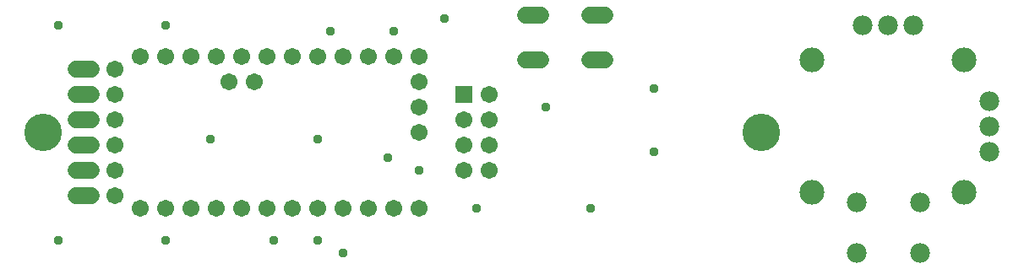
<source format=gbr>
G04 EAGLE Gerber RS-274X export*
G75*
%MOMM*%
%FSLAX34Y34*%
%LPD*%
%INSoldermask Bottom*%
%IPPOS*%
%AMOC8*
5,1,8,0,0,1.08239X$1,22.5*%
G01*
%ADD10R,1.711200X1.711200*%
%ADD11C,1.711200*%
%ADD12C,2.489200*%
%ADD13C,1.981200*%
%ADD14C,3.759200*%
%ADD15C,1.727200*%
%ADD16C,0.959600*%


D10*
X450850Y177800D03*
D11*
X476250Y101600D03*
X476250Y127000D03*
X476250Y152400D03*
X476250Y177800D03*
X450850Y152400D03*
X450850Y127000D03*
X450850Y101600D03*
D12*
X952500Y79375D03*
X800100Y79375D03*
X800100Y212725D03*
X952500Y212725D03*
D13*
X850900Y247650D03*
X876300Y247650D03*
X901700Y247650D03*
X977900Y146050D03*
X977900Y171450D03*
X977900Y120650D03*
X844550Y69850D03*
X908050Y69850D03*
X908050Y19050D03*
X844550Y19050D03*
D14*
X749300Y139700D03*
X29300Y139700D03*
D15*
X62230Y76200D02*
X77470Y76200D01*
X77470Y101600D02*
X62230Y101600D01*
X62230Y127000D02*
X77470Y127000D01*
X77470Y152400D02*
X62230Y152400D01*
X62230Y177800D02*
X77470Y177800D01*
X77470Y203200D02*
X62230Y203200D01*
D11*
X406400Y215900D03*
X381000Y215900D03*
X355600Y215900D03*
X330200Y215900D03*
X304800Y215900D03*
X279400Y215900D03*
X254000Y215900D03*
X228600Y215900D03*
X203200Y215900D03*
X177800Y215900D03*
X152400Y215900D03*
X127000Y215900D03*
X406400Y190500D03*
X406400Y165100D03*
X406400Y139700D03*
X101600Y203200D03*
X101600Y177800D03*
X101600Y152400D03*
X101600Y127000D03*
X101600Y101600D03*
X101600Y76200D03*
X215900Y190500D03*
X241300Y190500D03*
X406400Y63500D03*
X381000Y63500D03*
X355600Y63500D03*
X330200Y63500D03*
X304800Y63500D03*
X279400Y63500D03*
X228600Y63500D03*
X203200Y63500D03*
X152400Y63500D03*
X127000Y63500D03*
X177800Y63500D03*
X254000Y63500D03*
D15*
X512318Y257556D02*
X527558Y257556D01*
X527558Y212344D02*
X512318Y212344D01*
X577342Y257556D02*
X592582Y257556D01*
X592582Y212344D02*
X577342Y212344D01*
D16*
X260350Y31750D03*
X44450Y247650D03*
X152400Y247650D03*
X317500Y241300D03*
X152400Y31750D03*
X44450Y31750D03*
X463550Y63500D03*
X533400Y165100D03*
X641350Y184150D03*
X641350Y120650D03*
X577850Y63500D03*
X304800Y133350D03*
X196850Y133350D03*
X381000Y241300D03*
X374650Y114300D03*
X406400Y101600D03*
X304800Y31750D03*
X330200Y19050D03*
X431800Y254000D03*
M02*

</source>
